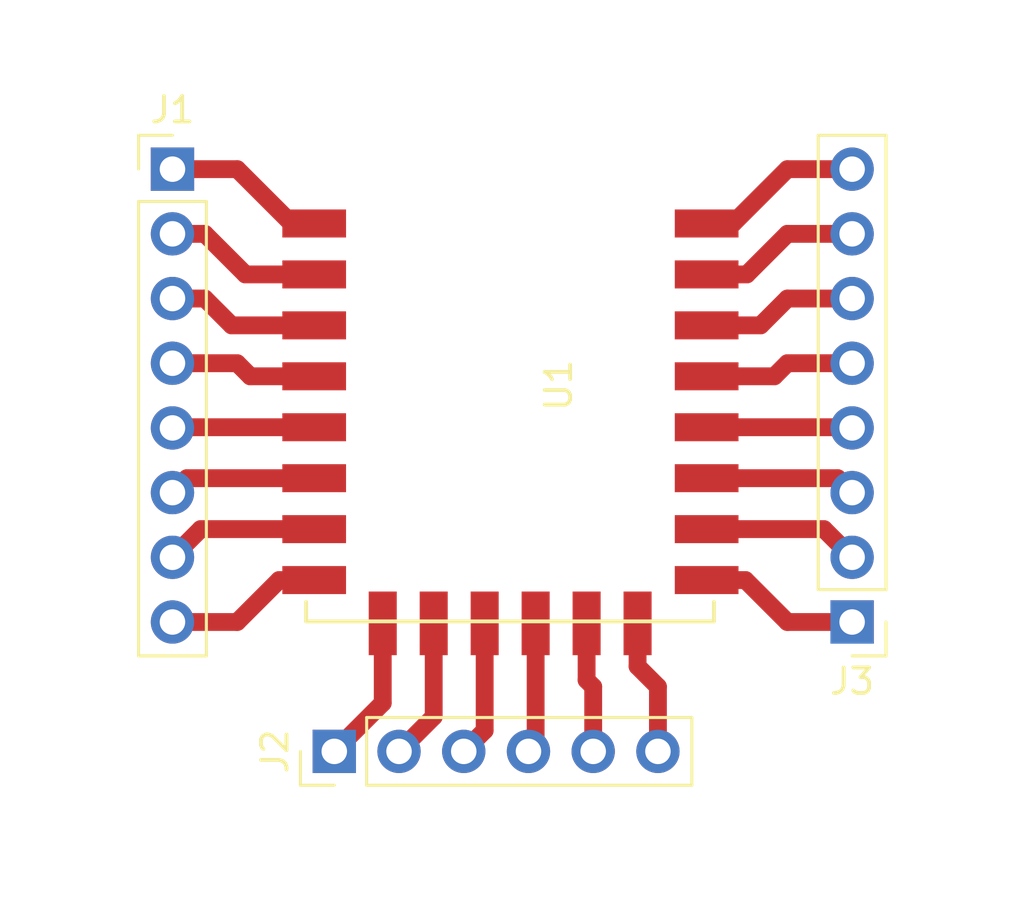
<source format=kicad_pcb>
(kicad_pcb (version 4) (host pcbnew 4.0.7-e2-6376~58~ubuntu16.04.1)

  (general
    (links 22)
    (no_connects 0)
    (area 126.507142 91.2486 171.942858 122.785)
    (thickness 1.6)
    (drawings 0)
    (tracks 56)
    (zones 0)
    (modules 4)
    (nets 23)
  )

  (page A4)
  (layers
    (0 F.Cu signal)
    (31 B.Cu signal)
    (32 B.Adhes user)
    (33 F.Adhes user)
    (34 B.Paste user)
    (35 F.Paste user)
    (36 B.SilkS user)
    (37 F.SilkS user)
    (38 B.Mask user)
    (39 F.Mask user)
    (40 Dwgs.User user)
    (41 Cmts.User user)
    (42 Eco1.User user)
    (43 Eco2.User user)
    (44 Edge.Cuts user)
    (45 Margin user)
    (46 B.CrtYd user)
    (47 F.CrtYd user)
    (48 B.Fab user)
    (49 F.Fab user)
  )

  (setup
    (last_trace_width 0.7)
    (trace_clearance 0.2)
    (zone_clearance 0.508)
    (zone_45_only no)
    (trace_min 0.2)
    (segment_width 0.2)
    (edge_width 0.15)
    (via_size 0.6)
    (via_drill 0.4)
    (via_min_size 0.4)
    (via_min_drill 0.3)
    (uvia_size 0.3)
    (uvia_drill 0.1)
    (uvias_allowed no)
    (uvia_min_size 0.2)
    (uvia_min_drill 0.1)
    (pcb_text_width 0.3)
    (pcb_text_size 1.5 1.5)
    (mod_edge_width 0.15)
    (mod_text_size 1 1)
    (mod_text_width 0.15)
    (pad_size 1.524 1.524)
    (pad_drill 0.762)
    (pad_to_mask_clearance 0.2)
    (aux_axis_origin 0 0)
    (visible_elements FFFFFF7F)
    (pcbplotparams
      (layerselection 0x00030_80000001)
      (usegerberextensions false)
      (excludeedgelayer true)
      (linewidth 0.100000)
      (plotframeref false)
      (viasonmask false)
      (mode 1)
      (useauxorigin false)
      (hpglpennumber 1)
      (hpglpenspeed 20)
      (hpglpendiameter 15)
      (hpglpenoverlay 2)
      (psnegative false)
      (psa4output false)
      (plotreference true)
      (plotvalue true)
      (plotinvisibletext false)
      (padsonsilk false)
      (subtractmaskfromsilk false)
      (outputformat 1)
      (mirror false)
      (drillshape 1)
      (scaleselection 1)
      (outputdirectory ""))
  )

  (net 0 "")
  (net 1 "Net-(J1-Pad1)")
  (net 2 "Net-(J1-Pad2)")
  (net 3 "Net-(J1-Pad3)")
  (net 4 "Net-(J1-Pad4)")
  (net 5 "Net-(J1-Pad5)")
  (net 6 "Net-(J1-Pad6)")
  (net 7 "Net-(J1-Pad7)")
  (net 8 "Net-(J1-Pad8)")
  (net 9 "Net-(J2-Pad1)")
  (net 10 "Net-(J2-Pad2)")
  (net 11 "Net-(J2-Pad3)")
  (net 12 "Net-(J2-Pad4)")
  (net 13 "Net-(J2-Pad5)")
  (net 14 "Net-(J2-Pad6)")
  (net 15 "Net-(J3-Pad1)")
  (net 16 "Net-(J3-Pad2)")
  (net 17 "Net-(J3-Pad3)")
  (net 18 "Net-(J3-Pad4)")
  (net 19 "Net-(J3-Pad5)")
  (net 20 "Net-(J3-Pad6)")
  (net 21 "Net-(J3-Pad7)")
  (net 22 "Net-(J3-Pad8)")

  (net_class Default "This is the default net class."
    (clearance 0.2)
    (trace_width 0.7)
    (via_dia 0.6)
    (via_drill 0.4)
    (uvia_dia 0.3)
    (uvia_drill 0.1)
    (add_net "Net-(J1-Pad1)")
    (add_net "Net-(J1-Pad2)")
    (add_net "Net-(J1-Pad3)")
    (add_net "Net-(J1-Pad4)")
    (add_net "Net-(J1-Pad5)")
    (add_net "Net-(J1-Pad6)")
    (add_net "Net-(J1-Pad7)")
    (add_net "Net-(J1-Pad8)")
    (add_net "Net-(J2-Pad1)")
    (add_net "Net-(J2-Pad2)")
    (add_net "Net-(J2-Pad3)")
    (add_net "Net-(J2-Pad4)")
    (add_net "Net-(J2-Pad5)")
    (add_net "Net-(J2-Pad6)")
    (add_net "Net-(J3-Pad1)")
    (add_net "Net-(J3-Pad2)")
    (add_net "Net-(J3-Pad3)")
    (add_net "Net-(J3-Pad4)")
    (add_net "Net-(J3-Pad5)")
    (add_net "Net-(J3-Pad6)")
    (add_net "Net-(J3-Pad7)")
    (add_net "Net-(J3-Pad8)")
  )

  (module Pin_Headers:Pin_Header_Straight_1x08_Pitch2.54mm (layer F.Cu) (tedit 59650532) (tstamp 5A708BBB)
    (at 142.24 102.87)
    (descr "Through hole straight pin header, 1x08, 2.54mm pitch, single row")
    (tags "Through hole pin header THT 1x08 2.54mm single row")
    (path /5A707C9B)
    (fp_text reference J1 (at 0 -2.33) (layer F.SilkS)
      (effects (font (size 1 1) (thickness 0.15)))
    )
    (fp_text value Conn_01x08_Male (at 0 20.11) (layer F.Fab)
      (effects (font (size 1 1) (thickness 0.15)))
    )
    (fp_line (start -0.635 -1.27) (end 1.27 -1.27) (layer F.Fab) (width 0.1))
    (fp_line (start 1.27 -1.27) (end 1.27 19.05) (layer F.Fab) (width 0.1))
    (fp_line (start 1.27 19.05) (end -1.27 19.05) (layer F.Fab) (width 0.1))
    (fp_line (start -1.27 19.05) (end -1.27 -0.635) (layer F.Fab) (width 0.1))
    (fp_line (start -1.27 -0.635) (end -0.635 -1.27) (layer F.Fab) (width 0.1))
    (fp_line (start -1.33 19.11) (end 1.33 19.11) (layer F.SilkS) (width 0.12))
    (fp_line (start -1.33 1.27) (end -1.33 19.11) (layer F.SilkS) (width 0.12))
    (fp_line (start 1.33 1.27) (end 1.33 19.11) (layer F.SilkS) (width 0.12))
    (fp_line (start -1.33 1.27) (end 1.33 1.27) (layer F.SilkS) (width 0.12))
    (fp_line (start -1.33 0) (end -1.33 -1.33) (layer F.SilkS) (width 0.12))
    (fp_line (start -1.33 -1.33) (end 0 -1.33) (layer F.SilkS) (width 0.12))
    (fp_line (start -1.8 -1.8) (end -1.8 19.55) (layer F.CrtYd) (width 0.05))
    (fp_line (start -1.8 19.55) (end 1.8 19.55) (layer F.CrtYd) (width 0.05))
    (fp_line (start 1.8 19.55) (end 1.8 -1.8) (layer F.CrtYd) (width 0.05))
    (fp_line (start 1.8 -1.8) (end -1.8 -1.8) (layer F.CrtYd) (width 0.05))
    (fp_text user %R (at 0 8.89 90) (layer F.Fab)
      (effects (font (size 1 1) (thickness 0.15)))
    )
    (pad 1 thru_hole rect (at 0 0) (size 1.7 1.7) (drill 1) (layers *.Cu *.Mask)
      (net 1 "Net-(J1-Pad1)"))
    (pad 2 thru_hole oval (at 0 2.54) (size 1.7 1.7) (drill 1) (layers *.Cu *.Mask)
      (net 2 "Net-(J1-Pad2)"))
    (pad 3 thru_hole oval (at 0 5.08) (size 1.7 1.7) (drill 1) (layers *.Cu *.Mask)
      (net 3 "Net-(J1-Pad3)"))
    (pad 4 thru_hole oval (at 0 7.62) (size 1.7 1.7) (drill 1) (layers *.Cu *.Mask)
      (net 4 "Net-(J1-Pad4)"))
    (pad 5 thru_hole oval (at 0 10.16) (size 1.7 1.7) (drill 1) (layers *.Cu *.Mask)
      (net 5 "Net-(J1-Pad5)"))
    (pad 6 thru_hole oval (at 0 12.7) (size 1.7 1.7) (drill 1) (layers *.Cu *.Mask)
      (net 6 "Net-(J1-Pad6)"))
    (pad 7 thru_hole oval (at 0 15.24) (size 1.7 1.7) (drill 1) (layers *.Cu *.Mask)
      (net 7 "Net-(J1-Pad7)"))
    (pad 8 thru_hole oval (at 0 17.78) (size 1.7 1.7) (drill 1) (layers *.Cu *.Mask)
      (net 8 "Net-(J1-Pad8)"))
    (model ${KISYS3DMOD}/Pin_Headers.3dshapes/Pin_Header_Straight_1x08_Pitch2.54mm.wrl
      (at (xyz 0 0 0))
      (scale (xyz 1 1 1))
      (rotate (xyz 0 0 0))
    )
  )

  (module Pin_Headers:Pin_Header_Straight_1x06_Pitch2.54mm (layer F.Cu) (tedit 59650532) (tstamp 5A708BD5)
    (at 148.59 125.73 90)
    (descr "Through hole straight pin header, 1x06, 2.54mm pitch, single row")
    (tags "Through hole pin header THT 1x06 2.54mm single row")
    (path /5A707E35)
    (fp_text reference J2 (at 0 -2.33 90) (layer F.SilkS)
      (effects (font (size 1 1) (thickness 0.15)))
    )
    (fp_text value Conn_01x06_Male (at 0 15.03 90) (layer F.Fab)
      (effects (font (size 1 1) (thickness 0.15)))
    )
    (fp_line (start -0.635 -1.27) (end 1.27 -1.27) (layer F.Fab) (width 0.1))
    (fp_line (start 1.27 -1.27) (end 1.27 13.97) (layer F.Fab) (width 0.1))
    (fp_line (start 1.27 13.97) (end -1.27 13.97) (layer F.Fab) (width 0.1))
    (fp_line (start -1.27 13.97) (end -1.27 -0.635) (layer F.Fab) (width 0.1))
    (fp_line (start -1.27 -0.635) (end -0.635 -1.27) (layer F.Fab) (width 0.1))
    (fp_line (start -1.33 14.03) (end 1.33 14.03) (layer F.SilkS) (width 0.12))
    (fp_line (start -1.33 1.27) (end -1.33 14.03) (layer F.SilkS) (width 0.12))
    (fp_line (start 1.33 1.27) (end 1.33 14.03) (layer F.SilkS) (width 0.12))
    (fp_line (start -1.33 1.27) (end 1.33 1.27) (layer F.SilkS) (width 0.12))
    (fp_line (start -1.33 0) (end -1.33 -1.33) (layer F.SilkS) (width 0.12))
    (fp_line (start -1.33 -1.33) (end 0 -1.33) (layer F.SilkS) (width 0.12))
    (fp_line (start -1.8 -1.8) (end -1.8 14.5) (layer F.CrtYd) (width 0.05))
    (fp_line (start -1.8 14.5) (end 1.8 14.5) (layer F.CrtYd) (width 0.05))
    (fp_line (start 1.8 14.5) (end 1.8 -1.8) (layer F.CrtYd) (width 0.05))
    (fp_line (start 1.8 -1.8) (end -1.8 -1.8) (layer F.CrtYd) (width 0.05))
    (fp_text user %R (at 0 6.35 180) (layer F.Fab)
      (effects (font (size 1 1) (thickness 0.15)))
    )
    (pad 1 thru_hole rect (at 0 0 90) (size 1.7 1.7) (drill 1) (layers *.Cu *.Mask)
      (net 9 "Net-(J2-Pad1)"))
    (pad 2 thru_hole oval (at 0 2.54 90) (size 1.7 1.7) (drill 1) (layers *.Cu *.Mask)
      (net 10 "Net-(J2-Pad2)"))
    (pad 3 thru_hole oval (at 0 5.08 90) (size 1.7 1.7) (drill 1) (layers *.Cu *.Mask)
      (net 11 "Net-(J2-Pad3)"))
    (pad 4 thru_hole oval (at 0 7.62 90) (size 1.7 1.7) (drill 1) (layers *.Cu *.Mask)
      (net 12 "Net-(J2-Pad4)"))
    (pad 5 thru_hole oval (at 0 10.16 90) (size 1.7 1.7) (drill 1) (layers *.Cu *.Mask)
      (net 13 "Net-(J2-Pad5)"))
    (pad 6 thru_hole oval (at 0 12.7 90) (size 1.7 1.7) (drill 1) (layers *.Cu *.Mask)
      (net 14 "Net-(J2-Pad6)"))
    (model ${KISYS3DMOD}/Pin_Headers.3dshapes/Pin_Header_Straight_1x06_Pitch2.54mm.wrl
      (at (xyz 0 0 0))
      (scale (xyz 1 1 1))
      (rotate (xyz 0 0 0))
    )
  )

  (module Pin_Headers:Pin_Header_Straight_1x08_Pitch2.54mm (layer F.Cu) (tedit 59650532) (tstamp 5A708BF1)
    (at 168.91 120.65 180)
    (descr "Through hole straight pin header, 1x08, 2.54mm pitch, single row")
    (tags "Through hole pin header THT 1x08 2.54mm single row")
    (path /5A707DEE)
    (fp_text reference J3 (at 0 -2.33 180) (layer F.SilkS)
      (effects (font (size 1 1) (thickness 0.15)))
    )
    (fp_text value Conn_01x08_Male (at 0 20.11 180) (layer F.Fab)
      (effects (font (size 1 1) (thickness 0.15)))
    )
    (fp_line (start -0.635 -1.27) (end 1.27 -1.27) (layer F.Fab) (width 0.1))
    (fp_line (start 1.27 -1.27) (end 1.27 19.05) (layer F.Fab) (width 0.1))
    (fp_line (start 1.27 19.05) (end -1.27 19.05) (layer F.Fab) (width 0.1))
    (fp_line (start -1.27 19.05) (end -1.27 -0.635) (layer F.Fab) (width 0.1))
    (fp_line (start -1.27 -0.635) (end -0.635 -1.27) (layer F.Fab) (width 0.1))
    (fp_line (start -1.33 19.11) (end 1.33 19.11) (layer F.SilkS) (width 0.12))
    (fp_line (start -1.33 1.27) (end -1.33 19.11) (layer F.SilkS) (width 0.12))
    (fp_line (start 1.33 1.27) (end 1.33 19.11) (layer F.SilkS) (width 0.12))
    (fp_line (start -1.33 1.27) (end 1.33 1.27) (layer F.SilkS) (width 0.12))
    (fp_line (start -1.33 0) (end -1.33 -1.33) (layer F.SilkS) (width 0.12))
    (fp_line (start -1.33 -1.33) (end 0 -1.33) (layer F.SilkS) (width 0.12))
    (fp_line (start -1.8 -1.8) (end -1.8 19.55) (layer F.CrtYd) (width 0.05))
    (fp_line (start -1.8 19.55) (end 1.8 19.55) (layer F.CrtYd) (width 0.05))
    (fp_line (start 1.8 19.55) (end 1.8 -1.8) (layer F.CrtYd) (width 0.05))
    (fp_line (start 1.8 -1.8) (end -1.8 -1.8) (layer F.CrtYd) (width 0.05))
    (fp_text user %R (at 0 8.89 270) (layer F.Fab)
      (effects (font (size 1 1) (thickness 0.15)))
    )
    (pad 1 thru_hole rect (at 0 0 180) (size 1.7 1.7) (drill 1) (layers *.Cu *.Mask)
      (net 15 "Net-(J3-Pad1)"))
    (pad 2 thru_hole oval (at 0 2.54 180) (size 1.7 1.7) (drill 1) (layers *.Cu *.Mask)
      (net 16 "Net-(J3-Pad2)"))
    (pad 3 thru_hole oval (at 0 5.08 180) (size 1.7 1.7) (drill 1) (layers *.Cu *.Mask)
      (net 17 "Net-(J3-Pad3)"))
    (pad 4 thru_hole oval (at 0 7.62 180) (size 1.7 1.7) (drill 1) (layers *.Cu *.Mask)
      (net 18 "Net-(J3-Pad4)"))
    (pad 5 thru_hole oval (at 0 10.16 180) (size 1.7 1.7) (drill 1) (layers *.Cu *.Mask)
      (net 19 "Net-(J3-Pad5)"))
    (pad 6 thru_hole oval (at 0 12.7 180) (size 1.7 1.7) (drill 1) (layers *.Cu *.Mask)
      (net 20 "Net-(J3-Pad6)"))
    (pad 7 thru_hole oval (at 0 15.24 180) (size 1.7 1.7) (drill 1) (layers *.Cu *.Mask)
      (net 21 "Net-(J3-Pad7)"))
    (pad 8 thru_hole oval (at 0 17.78 180) (size 1.7 1.7) (drill 1) (layers *.Cu *.Mask)
      (net 22 "Net-(J3-Pad8)"))
    (model ${KISYS3DMOD}/Pin_Headers.3dshapes/Pin_Header_Straight_1x08_Pitch2.54mm.wrl
      (at (xyz 0 0 0))
      (scale (xyz 1 1 1))
      (rotate (xyz 0 0 0))
    )
  )

  (module ESP8266:ESP-12E_SMD (layer F.Cu) (tedit 58FB7FFE) (tstamp 5A708C0B)
    (at 148.5011 105.0036)
    (descr "Module, ESP-8266, ESP-12, 16 pad, SMD")
    (tags "Module ESP-8266 ESP8266")
    (path /5A707B79)
    (fp_text reference U1 (at 8.89 6.35 90) (layer F.SilkS)
      (effects (font (size 1 1) (thickness 0.15)))
    )
    (fp_text value ESP-12E (at 5.08 6.35 90) (layer F.Fab) hide
      (effects (font (size 1 1) (thickness 0.15)))
    )
    (fp_line (start -2.25 -0.5) (end -2.25 -8.75) (layer F.CrtYd) (width 0.05))
    (fp_line (start -2.25 -8.75) (end 15.25 -8.75) (layer F.CrtYd) (width 0.05))
    (fp_line (start 15.25 -8.75) (end 16.25 -8.75) (layer F.CrtYd) (width 0.05))
    (fp_line (start 16.25 -8.75) (end 16.25 16) (layer F.CrtYd) (width 0.05))
    (fp_line (start 16.25 16) (end -2.25 16) (layer F.CrtYd) (width 0.05))
    (fp_line (start -2.25 16) (end -2.25 -0.5) (layer F.CrtYd) (width 0.05))
    (fp_line (start -1.016 -8.382) (end 14.986 -8.382) (layer F.CrtYd) (width 0.1524))
    (fp_line (start 14.986 -8.382) (end 14.986 -0.889) (layer F.CrtYd) (width 0.1524))
    (fp_line (start -1.016 -8.382) (end -1.016 -1.016) (layer F.CrtYd) (width 0.1524))
    (fp_line (start -1.016 14.859) (end -1.016 15.621) (layer F.SilkS) (width 0.1524))
    (fp_line (start -1.016 15.621) (end 14.986 15.621) (layer F.SilkS) (width 0.1524))
    (fp_line (start 14.986 15.621) (end 14.986 14.859) (layer F.SilkS) (width 0.1524))
    (fp_line (start 14.992 -8.4) (end -1.008 -2.6) (layer F.CrtYd) (width 0.1524))
    (fp_line (start -1.008 -8.4) (end 14.992 -2.6) (layer F.CrtYd) (width 0.1524))
    (fp_text user "No Copper" (at 6.892 -5.4) (layer F.CrtYd)
      (effects (font (size 1 1) (thickness 0.15)))
    )
    (fp_line (start -1.008 -2.6) (end 14.992 -2.6) (layer F.CrtYd) (width 0.1524))
    (fp_line (start 15 -8.4) (end 15 15.6) (layer F.Fab) (width 0.05))
    (fp_line (start 14.992 15.6) (end -1.008 15.6) (layer F.Fab) (width 0.05))
    (fp_line (start -1.008 15.6) (end -1.008 -8.4) (layer F.Fab) (width 0.05))
    (fp_line (start -1.008 -8.4) (end 14.992 -8.4) (layer F.Fab) (width 0.05))
    (pad 1 smd rect (at 0 0) (size 2.5 1.1) (drill (offset -0.7 0)) (layers F.Cu F.Paste F.Mask)
      (net 1 "Net-(J1-Pad1)"))
    (pad 2 smd rect (at 0 2) (size 2.5 1.1) (drill (offset -0.7 0)) (layers F.Cu F.Paste F.Mask)
      (net 2 "Net-(J1-Pad2)"))
    (pad 3 smd rect (at 0 4) (size 2.5 1.1) (drill (offset -0.7 0)) (layers F.Cu F.Paste F.Mask)
      (net 3 "Net-(J1-Pad3)"))
    (pad 4 smd rect (at 0 6) (size 2.5 1.1) (drill (offset -0.7 0)) (layers F.Cu F.Paste F.Mask)
      (net 4 "Net-(J1-Pad4)"))
    (pad 5 smd rect (at 0 8) (size 2.5 1.1) (drill (offset -0.7 0)) (layers F.Cu F.Paste F.Mask)
      (net 5 "Net-(J1-Pad5)"))
    (pad 6 smd rect (at 0 10) (size 2.5 1.1) (drill (offset -0.7 0)) (layers F.Cu F.Paste F.Mask)
      (net 6 "Net-(J1-Pad6)"))
    (pad 7 smd rect (at 0 12) (size 2.5 1.1) (drill (offset -0.7 0)) (layers F.Cu F.Paste F.Mask)
      (net 7 "Net-(J1-Pad7)"))
    (pad 8 smd rect (at 0 14) (size 2.5 1.1) (drill (offset -0.7 0)) (layers F.Cu F.Paste F.Mask)
      (net 8 "Net-(J1-Pad8)"))
    (pad 9 smd rect (at 14 14) (size 2.5 1.1) (drill (offset 0.7 0)) (layers F.Cu F.Paste F.Mask)
      (net 15 "Net-(J3-Pad1)"))
    (pad 10 smd rect (at 14 12) (size 2.5 1.1) (drill (offset 0.7 0)) (layers F.Cu F.Paste F.Mask)
      (net 16 "Net-(J3-Pad2)"))
    (pad 11 smd rect (at 14 10) (size 2.5 1.1) (drill (offset 0.7 0)) (layers F.Cu F.Paste F.Mask)
      (net 17 "Net-(J3-Pad3)"))
    (pad 12 smd rect (at 14 8) (size 2.5 1.1) (drill (offset 0.7 0)) (layers F.Cu F.Paste F.Mask)
      (net 18 "Net-(J3-Pad4)"))
    (pad 13 smd rect (at 14 6) (size 2.5 1.1) (drill (offset 0.7 0)) (layers F.Cu F.Paste F.Mask)
      (net 19 "Net-(J3-Pad5)"))
    (pad 14 smd rect (at 14 4) (size 2.5 1.1) (drill (offset 0.7 0)) (layers F.Cu F.Paste F.Mask)
      (net 20 "Net-(J3-Pad6)"))
    (pad 15 smd rect (at 14 2) (size 2.5 1.1) (drill (offset 0.7 0)) (layers F.Cu F.Paste F.Mask)
      (net 21 "Net-(J3-Pad7)"))
    (pad 16 smd rect (at 14 0) (size 2.5 1.1) (drill (offset 0.7 0)) (layers F.Cu F.Paste F.Mask)
      (net 22 "Net-(J3-Pad8)"))
    (pad 17 smd rect (at 1.99 15 90) (size 2.5 1.1) (drill (offset -0.7 0)) (layers F.Cu F.Paste F.Mask)
      (net 9 "Net-(J2-Pad1)"))
    (pad 18 smd rect (at 3.99 15 90) (size 2.5 1.1) (drill (offset -0.7 0)) (layers F.Cu F.Paste F.Mask)
      (net 10 "Net-(J2-Pad2)"))
    (pad 19 smd rect (at 5.99 15 90) (size 2.5 1.1) (drill (offset -0.7 0)) (layers F.Cu F.Paste F.Mask)
      (net 11 "Net-(J2-Pad3)"))
    (pad 20 smd rect (at 7.99 15 90) (size 2.5 1.1) (drill (offset -0.7 0)) (layers F.Cu F.Paste F.Mask)
      (net 12 "Net-(J2-Pad4)"))
    (pad 21 smd rect (at 9.99 15 90) (size 2.5 1.1) (drill (offset -0.7 0)) (layers F.Cu F.Paste F.Mask)
      (net 13 "Net-(J2-Pad5)"))
    (pad 22 smd rect (at 11.99 15 90) (size 2.5 1.1) (drill (offset -0.7 0)) (layers F.Cu F.Paste F.Mask)
      (net 14 "Net-(J2-Pad6)"))
    (model ${ESPLIB}/ESP8266.3dshapes/ESP-12.wrl
      (at (xyz 0 0 0))
      (scale (xyz 0.3937 0.3937 0.3937))
      (rotate (xyz 0 0 0))
    )
  )

  (segment (start 148.5011 105.0036) (end 146.9136 105.0036) (width 0.7) (layer F.Cu) (net 1))
  (segment (start 146.9136 105.0036) (end 144.78 102.87) (width 0.7) (layer F.Cu) (net 1) (tstamp 5A708EA0))
  (segment (start 144.78 102.87) (end 142.24 102.87) (width 0.7) (layer F.Cu) (net 1) (tstamp 5A708EA2))
  (segment (start 148.5011 107.0036) (end 145.1036 107.0036) (width 0.7) (layer F.Cu) (net 2))
  (segment (start 143.51 105.41) (end 142.24 105.41) (width 0.7) (layer F.Cu) (net 2) (tstamp 5A708E57))
  (segment (start 145.1036 107.0036) (end 143.51 105.41) (width 0.7) (layer F.Cu) (net 2) (tstamp 5A708E50))
  (segment (start 142.24 107.95) (end 143.51 107.95) (width 0.7) (layer F.Cu) (net 3))
  (segment (start 144.5636 109.0036) (end 148.5011 109.0036) (width 0.7) (layer F.Cu) (net 3) (tstamp 5A708F2C))
  (segment (start 143.51 107.95) (end 144.5636 109.0036) (width 0.7) (layer F.Cu) (net 3) (tstamp 5A708F2B))
  (segment (start 148.5011 111.0036) (end 145.2936 111.0036) (width 0.7) (layer F.Cu) (net 4))
  (segment (start 144.78 110.49) (end 142.24 110.49) (width 0.7) (layer F.Cu) (net 4) (tstamp 5A708F4A))
  (segment (start 145.2936 111.0036) (end 144.78 110.49) (width 0.7) (layer F.Cu) (net 4) (tstamp 5A708F44))
  (segment (start 148.5011 113.0036) (end 142.2664 113.0036) (width 0.7) (layer F.Cu) (net 5))
  (segment (start 142.2664 113.0036) (end 142.24 113.03) (width 0.7) (layer F.Cu) (net 5) (tstamp 5A708E6C))
  (segment (start 148.5011 115.0036) (end 142.8064 115.0036) (width 0.7) (layer F.Cu) (net 6))
  (segment (start 142.8064 115.0036) (end 142.24 115.57) (width 0.7) (layer F.Cu) (net 6) (tstamp 5A708E74))
  (segment (start 148.5011 117.0036) (end 143.3464 117.0036) (width 0.7) (layer F.Cu) (net 7))
  (segment (start 143.3464 117.0036) (end 142.24 118.11) (width 0.7) (layer F.Cu) (net 7) (tstamp 5A708E77))
  (segment (start 148.5011 119.0036) (end 146.4264 119.0036) (width 0.7) (layer F.Cu) (net 8))
  (segment (start 144.78 120.65) (end 142.24 120.65) (width 0.7) (layer F.Cu) (net 8) (tstamp 5A708E7E))
  (segment (start 146.4264 119.0036) (end 144.78 120.65) (width 0.7) (layer F.Cu) (net 8) (tstamp 5A708E7B))
  (segment (start 150.4911 120.0036) (end 150.4911 123.8289) (width 0.7) (layer F.Cu) (net 9) (status 400000))
  (segment (start 150.4911 123.8289) (end 148.59 125.73) (width 0.7) (layer F.Cu) (net 9) (tstamp 5A708F85) (status 800000))
  (segment (start 152.4911 120.0036) (end 152.4911 124.3689) (width 0.7) (layer F.Cu) (net 10) (status 400000))
  (segment (start 152.4911 124.3689) (end 151.13 125.73) (width 0.7) (layer F.Cu) (net 10) (tstamp 5A708F82) (status 800000))
  (segment (start 154.4911 120.0036) (end 154.4911 124.9089) (width 0.7) (layer F.Cu) (net 11) (status 400000))
  (segment (start 154.4911 124.9089) (end 153.67 125.73) (width 0.7) (layer F.Cu) (net 11) (tstamp 5A708F7F) (status 800000))
  (segment (start 156.4911 120.0036) (end 156.4911 125.4489) (width 0.7) (layer F.Cu) (net 12) (status C00000))
  (segment (start 156.4911 125.4489) (end 156.21 125.73) (width 0.7) (layer F.Cu) (net 12) (tstamp 5A708F7C) (status C00000))
  (segment (start 158.4911 120.0036) (end 158.4911 122.9311) (width 0.7) (layer F.Cu) (net 13) (status 400000))
  (segment (start 158.75 123.19) (end 158.75 125.73) (width 0.7) (layer F.Cu) (net 13) (tstamp 5A708F79) (status 800000))
  (segment (start 158.4911 122.9311) (end 158.75 123.19) (width 0.7) (layer F.Cu) (net 13) (tstamp 5A708F78))
  (segment (start 160.4911 120.0036) (end 160.4911 122.3911) (width 0.7) (layer F.Cu) (net 14) (status 400000))
  (segment (start 161.29 123.19) (end 161.29 125.73) (width 0.7) (layer F.Cu) (net 14) (tstamp 5A708F75) (status 800000))
  (segment (start 160.4911 122.3911) (end 161.29 123.19) (width 0.7) (layer F.Cu) (net 14) (tstamp 5A708F74))
  (segment (start 162.5011 119.0036) (end 164.7236 119.0036) (width 0.7) (layer F.Cu) (net 15))
  (segment (start 166.37 120.65) (end 168.91 120.65) (width 0.7) (layer F.Cu) (net 15) (tstamp 5A708F1E))
  (segment (start 164.7236 119.0036) (end 166.37 120.65) (width 0.7) (layer F.Cu) (net 15) (tstamp 5A708F1D))
  (segment (start 162.5011 117.0036) (end 167.8036 117.0036) (width 0.7) (layer F.Cu) (net 16))
  (segment (start 167.8036 117.0036) (end 168.91 118.11) (width 0.7) (layer F.Cu) (net 16) (tstamp 5A708F1A))
  (segment (start 162.5011 115.0036) (end 168.3436 115.0036) (width 0.7) (layer F.Cu) (net 17))
  (segment (start 168.3436 115.0036) (end 168.91 115.57) (width 0.7) (layer F.Cu) (net 17) (tstamp 5A708F17))
  (segment (start 162.5011 113.0036) (end 168.8836 113.0036) (width 0.7) (layer F.Cu) (net 18))
  (segment (start 168.8836 113.0036) (end 168.91 113.03) (width 0.7) (layer F.Cu) (net 18) (tstamp 5A708F14))
  (segment (start 162.5011 111.0036) (end 165.8564 111.0036) (width 0.7) (layer F.Cu) (net 19))
  (segment (start 166.37 110.49) (end 168.91 110.49) (width 0.7) (layer F.Cu) (net 19) (tstamp 5A708F11))
  (segment (start 165.8564 111.0036) (end 166.37 110.49) (width 0.7) (layer F.Cu) (net 19) (tstamp 5A708F0D))
  (segment (start 162.5011 109.0036) (end 165.3164 109.0036) (width 0.7) (layer F.Cu) (net 20))
  (segment (start 166.37 107.95) (end 168.91 107.95) (width 0.7) (layer F.Cu) (net 20) (tstamp 5A708F09))
  (segment (start 165.3164 109.0036) (end 166.37 107.95) (width 0.7) (layer F.Cu) (net 20) (tstamp 5A708F08))
  (segment (start 162.5011 107.0036) (end 164.7764 107.0036) (width 0.7) (layer F.Cu) (net 21))
  (segment (start 166.37 105.41) (end 168.91 105.41) (width 0.7) (layer F.Cu) (net 21) (tstamp 5A708F05))
  (segment (start 164.7764 107.0036) (end 166.37 105.41) (width 0.7) (layer F.Cu) (net 21) (tstamp 5A708F03))
  (segment (start 162.5011 105.0036) (end 164.2364 105.0036) (width 0.7) (layer F.Cu) (net 22))
  (segment (start 164.2364 105.0036) (end 166.37 102.87) (width 0.7) (layer F.Cu) (net 22) (tstamp 5A708EFF))
  (segment (start 166.37 102.87) (end 168.91 102.87) (width 0.7) (layer F.Cu) (net 22) (tstamp 5A708F00))

)

</source>
